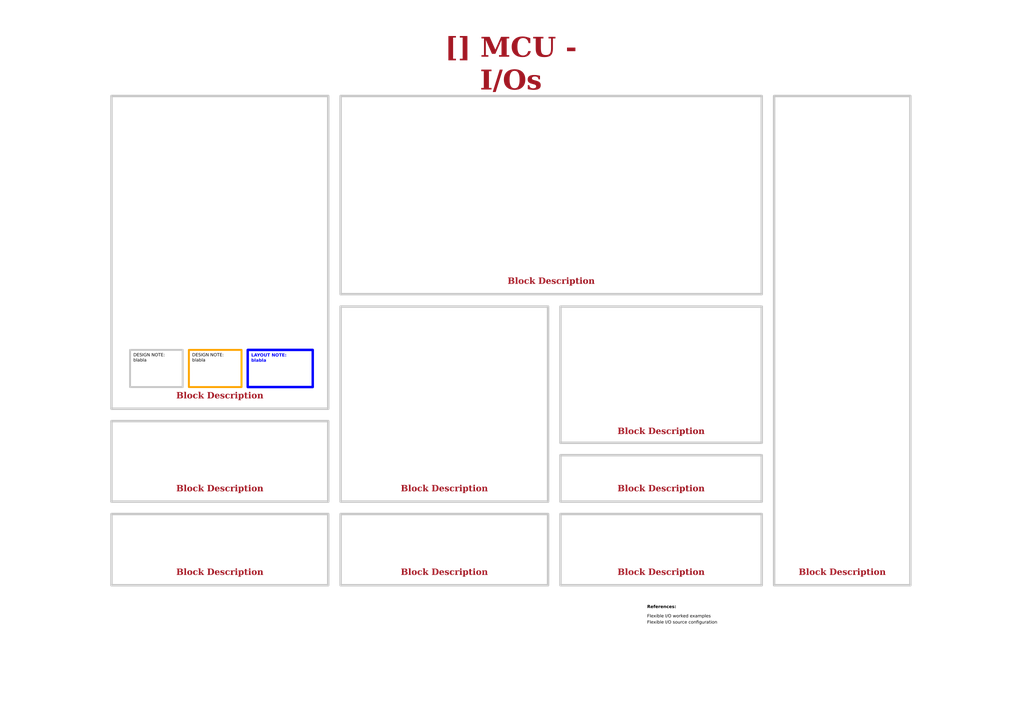
<source format=kicad_sch>
(kicad_sch (version 20230121) (generator eeschema)
  (paper "A3")
  (title_block (title "MCU - I/Os") (date "Last Modified Date") (rev "${REVISION}") (company "${COMPANY}"))
  (lib_symbols)
  (rectangle (start 139.7 125.73) (end 224.79 205.74) (stroke (width 1) (color 200 200 200 1)))
  (rectangle (start 317.5 39.37) (end 373.38 240.03) (stroke (width 1) (color 200 200 200 1)))
  (rectangle (start 45.72 172.72) (end 134.62 205.74) (stroke (width 1) (color 200 200 200 1)))
  (rectangle (start 45.72 210.82) (end 134.62 240.03) (stroke (width 1) (color 200 200 200 1)))
  (rectangle (start 229.87 186.69) (end 312.42 205.74) (stroke (width 1) (color 200 200 200 1)))
  (rectangle (start 229.87 125.73) (end 312.42 181.61) (stroke (width 1) (color 200 200 200 1)))
  (rectangle (start 139.7 210.82) (end 224.79 240.03) (stroke (width 1) (color 200 200 200 1)))
  (rectangle (start 45.72 39.37) (end 134.62 167.64) (stroke (width 1) (color 200 200 200 1)))
  (rectangle (start 139.7 39.37) (end 312.42 120.65) (stroke (width 1) (color 200 200 200 1)))
  (rectangle (start 229.87 210.82) (end 312.42 240.03) (stroke (width 1) (color 200 200 200 1)))
  (text_box "Block Description" (at 46.99 194.31 0) (size 86.36 9.525) (stroke (width -0.0001)) (effects (font (size 2.54 2.54) (thickness 0.508) bold) (justify bottom)))
  (text_box "Block Description" (at 140.97 228.6 0) (size 82.55 9.525) (stroke (width -0.0001)) (effects (font (size 2.54 2.54) (thickness 0.508) bold) (justify bottom)))
  (text_box "[${#}] ${TITLE}" (at 161.29 20.32 0) (size 96.52 12.7) (stroke (width -0.0001)) (effects (font (size 8 8) (thickness 1.2) bold)))
  (text_box "Block Description" (at 46.99 228.6 0) (size 86.36 9.525) (stroke (width -0.0001)) (effects (font (size 2.54 2.54) (thickness 0.508) bold) (justify bottom)))
  (text_box "DESIGN NOTE:\nblabla" (at 77.47 143.51 0) (size 21.59 15.24) (stroke (width 0.8) (color 255 165 0 1)) (effects (font (size 1.27 1.27)) (justify left top)))
  (text_box "Block Description" (at 231.14 228.6 0) (size 80.01 9.525) (stroke (width -0.0001)) (effects (font (size 2.54 2.54) (thickness 0.508) bold) (justify bottom)))
  (text_box "LAYOUT NOTE:\nblabla" (at 101.6 143.51 0) (size 26.67 15.24) (stroke (width 1) (color 0 0 255 1)) (effects (font (size 1.27 1.27) (thickness 0.4) bold) (justify left top)))
  (text_box "Block Description" (at 46.99 156.21 0) (size 86.36 9.525) (stroke (width -0.0001)) (effects (font (size 2.54 2.54) (thickness 0.508) bold) (justify bottom)))
  (text_box "Block Description" (at 142.24 109.22 0) (size 167.64 9.525) (stroke (width -0.0001)) (effects (font (size 2.54 2.54) (thickness 0.508) bold) (justify bottom)))
  (text_box "Block Description" (at 231.775 170.815 0) (size 78.74 9.525) (stroke (width -0.0001)) (effects (font (size 2.54 2.54) (thickness 0.508) bold) (justify bottom)))
  (text_box "Block Description" (at 231.14 194.31 0) (size 80.01 9.525) (stroke (width -0.0001)) (effects (font (size 2.54 2.54) (thickness 0.508) bold) (justify bottom)))
  (text_box "Block Description" (at 318.77 228.6 0) (size 53.34 9.525) (stroke (width -0.0001)) (effects (font (size 2.54 2.54) (thickness 0.508) bold) (justify bottom)))
  (text_box "DESIGN NOTE:\nblabla" (at 53.34 143.51 0) (size 21.59 15.24) (stroke (width 0.8) (color 200 200 200 1)) (effects (font (size 1.27 1.27)) (justify left top)))
  (text_box "Block Description" (at 140.97 194.31 0) (size 82.55 9.525) (stroke (width -0.0001)) (effects (font (size 2.54 2.54) (thickness 0.508) bold) (justify bottom)))
  (text "Flexible I/O worked examples" (at 265.43 254 0) (effects (font (size 1.27 1.27)) (justify left bottom)))
  (text "References:" (at 265.43 250.19 0) (effects (font (size 1.27 1.27) (thickness 0.254) bold) (justify left bottom)))
  (text "Flexible I/O source configuration" (at 265.43 256.54 0) (effects (font (size 1.27 1.27)) (justify left bottom)))
)
</source>
